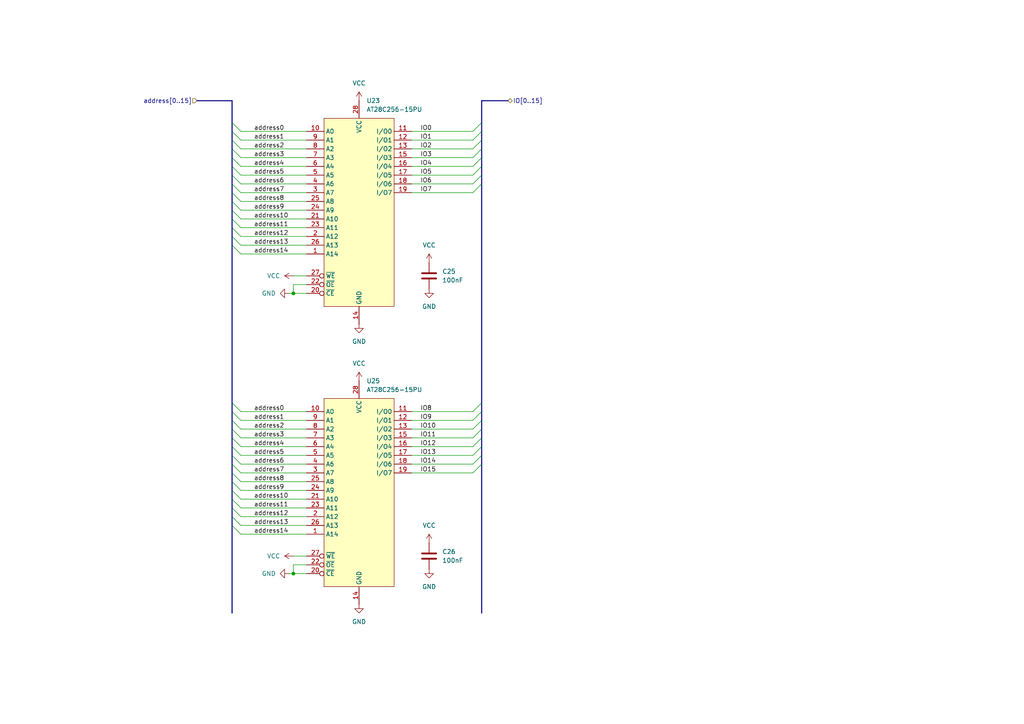
<source format=kicad_sch>
(kicad_sch (version 20250114) (generator "eeschema") (generator_version "9.0")
  (paper "A4")
  (title_block (title "2xROM"))
  (lib_symbols
    (symbol "Device:C" (pin_numbers (hide yes)) (pin_names (offset 0.254))
      (property "Reference" "C" (at 0.635 2.54 0))
      (property "Value" "C" (at 0.635 -2.54 0))
      (symbol "C_0_1"
        (polyline (pts (xy -2.032 0.762) (xy 2.032 0.762)) (stroke (width 0.508)))
        (polyline (pts (xy -2.032 -0.762) (xy 2.032 -0.762)) (stroke (width 0.508)))
      )
      (symbol "C_1_1"
        (pin passive line (at 0 3.81 270) (length 2.794) (name "~") (number "1"))
        (pin passive line (at 0 -3.81 90) (length 2.794) (name "~") (number "2"))
      )
    )
    (symbol "mALUch_lib:ROM__AT28C256-15PU"
      (property "Reference" "U" (at 2.54 26.67 0))
      (property "Value" "AT28C256-15PU" (at 0 0 0))
      (symbol "ROM__AT28C256-15PU_1_1"
        (rectangle (start -10.16 24.13) (end 10.16 -30.48) (fill (type background)))
        (pin input line (at -15.24 20.32 0) (length 5.08) (name "A0") (number "10"))
        (pin input line (at -15.24 17.78 0) (length 5.08) (name "A1") (number "9"))
        (pin input line (at -15.24 15.24 0) (length 5.08) (name "A2") (number "8"))
        (pin input line (at -15.24 12.7 0) (length 5.08) (name "A3") (number "7"))
        (pin input line (at -15.24 10.16 0) (length 5.08) (name "A4") (number "6"))
        (pin input line (at -15.24 7.62 0) (length 5.08) (name "A5") (number "5"))
        (pin input line (at -15.24 5.08 0) (length 5.08) (name "A6") (number "4"))
        (pin input line (at -15.24 2.54 0) (length 5.08) (name "A7") (number "3"))
        (pin input line (at -15.24 0 0) (length 5.08) (name "A8") (number "25"))
        (pin input line (at -15.24 -2.54 0) (length 5.08) (name "A9") (number "24"))
        (pin input line (at -15.24 -5.08 0) (length 5.08) (name "A10") (number "21"))
        (pin input line (at -15.24 -7.62 0) (length 5.08) (name "A11") (number "23"))
        (pin input line (at -15.24 -10.16 0) (length 5.08) (name "A12") (number "2"))
        (pin input line (at -15.24 -12.7 0) (length 5.08) (name "A13") (number "26"))
        (pin input line (at -15.24 -15.24 0) (length 5.08) (name "A14") (number "1"))
        (pin input inverted (at -15.24 -21.59 0) (length 5.08) (name "~{WE}") (number "27"))
        (pin input inverted (at -15.24 -24.13 0) (length 5.08) (name "~{OE}") (number "22"))
        (pin input inverted (at -15.24 -26.67 0) (length 5.08) (name "~{CE}") (number "20"))
        (pin power_in line (at 0 29.21 270) (length 5.08) (name "VCC") (number "28"))
        (pin power_in line (at 0 -35.56 90) (length 5.08) (name "GND") (number "14"))
        (pin bidirectional line (at 15.24 20.32 180) (length 5.08) (name "I/O0") (number "11"))
        (pin bidirectional line (at 15.24 17.78 180) (length 5.08) (name "I/O1") (number "12"))
        (pin bidirectional line (at 15.24 15.24 180) (length 5.08) (name "I/O2") (number "13"))
        (pin bidirectional line (at 15.24 12.7 180) (length 5.08) (name "I/O3") (number "15"))
        (pin bidirectional line (at 15.24 10.16 180) (length 5.08) (name "I/O4") (number "16"))
        (pin bidirectional line (at 15.24 7.62 180) (length 5.08) (name "I/O5") (number "17"))
        (pin bidirectional line (at 15.24 5.08 180) (length 5.08) (name "I/O6") (number "18"))
        (pin bidirectional line (at 15.24 2.54 180) (length 5.08) (name "I/O7") (number "19"))
      )
    )
    (symbol "power:GND" (power) (pin_numbers (hide yes)) (pin_names (offset 0) (hide yes))
      (property "Value" "GND" (at 0 -3.81 0))
      (symbol "GND_0_1"
        (polyline (pts (xy 0 0) (xy 0 -1.27) (xy 1.27 -1.27) (xy 0 -2.54) (xy -1.27 -1.27) (xy 0 -1.27)))
      )
      (symbol "GND_1_1"
        (pin power_in line (at 0 0 270) (length 0) (name "~") (number "1"))
      )
    )
    (symbol "power:VCC" (power) (pin_numbers (hide yes)) (pin_names (offset 0) (hide yes))
      (property "Value" "VCC" (at 0 3.556 0))
      (symbol "VCC_0_1"
        (polyline (pts (xy -0.762 1.27) (xy 0 2.54)))
        (polyline (pts (xy 0 2.54) (xy 0.762 1.27)))
        (polyline (pts (xy 0 0) (xy 0 2.54)))
      )
      (symbol "VCC_1_1"
        (pin power_in line (at 0 0 90) (length 0) (name "~") (number "1"))
      )
    )
  )
  (junction (at 85.09 85.09))
  (junction (at 85.09 166.37))
  (bus_entry (at 139.7 127) (size -2.54 2.54))
  (bus_entry (at 67.31 71.12) (size 2.54 2.54))
  (bus_entry (at 67.31 149.86) (size 2.54 2.54))
  (bus_entry (at 67.31 48.26) (size 2.54 2.54))
  (bus_entry (at 139.7 116.84) (size -2.54 2.54))
  (bus_entry (at 139.7 124.46) (size -2.54 2.54))
  (bus_entry (at 67.31 116.84) (size 2.54 2.54))
  (bus_entry (at 67.31 66.04) (size 2.54 2.54))
  (bus_entry (at 67.31 144.78) (size 2.54 2.54))
  (bus_entry (at 67.31 45.72) (size 2.54 2.54))
  (bus_entry (at 67.31 60.96) (size 2.54 2.54))
  (bus_entry (at 67.31 68.58) (size 2.54 2.54))
  (bus_entry (at 67.31 38.1) (size 2.54 2.54))
  (bus_entry (at 139.7 35.56) (size -2.54 2.54))
  (bus_entry (at 67.31 35.56) (size 2.54 2.54))
  (bus_entry (at 67.31 63.5) (size 2.54 2.54))
  (bus_entry (at 67.31 58.42) (size 2.54 2.54))
  (bus_entry (at 67.31 55.88) (size 2.54 2.54))
  (bus_entry (at 139.7 38.1) (size -2.54 2.54))
  (bus_entry (at 139.7 129.54) (size -2.54 2.54))
  (bus_entry (at 139.7 48.26) (size -2.54 2.54))
  (bus_entry (at 67.31 134.62) (size 2.54 2.54))
  (bus_entry (at 67.31 147.32) (size 2.54 2.54))
  (bus_entry (at 139.7 121.92) (size -2.54 2.54))
  (bus_entry (at 139.7 132.08) (size -2.54 2.54))
  (bus_entry (at 139.7 53.34) (size -2.54 2.54))
  (bus_entry (at 67.31 142.24) (size 2.54 2.54))
  (bus_entry (at 67.31 127) (size 2.54 2.54))
  (bus_entry (at 67.31 132.08) (size 2.54 2.54))
  (bus_entry (at 139.7 40.64) (size -2.54 2.54))
  (bus_entry (at 67.31 119.38) (size 2.54 2.54))
  (bus_entry (at 67.31 43.18) (size 2.54 2.54))
  (bus_entry (at 67.31 152.4) (size 2.54 2.54))
  (bus_entry (at 67.31 53.34) (size 2.54 2.54))
  (bus_entry (at 139.7 134.62) (size -2.54 2.54))
  (bus_entry (at 139.7 119.38) (size -2.54 2.54))
  (bus_entry (at 67.31 129.54) (size 2.54 2.54))
  (bus_entry (at 67.31 139.7) (size 2.54 2.54))
  (bus_entry (at 67.31 50.8) (size 2.54 2.54))
  (bus_entry (at 139.7 50.8) (size -2.54 2.54))
  (bus_entry (at 67.31 121.92) (size 2.54 2.54))
  (bus_entry (at 139.7 45.72) (size -2.54 2.54))
  (bus_entry (at 67.31 124.46) (size 2.54 2.54))
  (bus_entry (at 139.7 43.18) (size -2.54 2.54))
  (bus_entry (at 67.31 137.16) (size 2.54 2.54))
  (bus_entry (at 67.31 40.64) (size 2.54 2.54))
  (wire (pts (xy 85.09 161.29) (xy 88.9 161.29)))
  (bus (pts (xy 67.31 48.26) (xy 67.31 50.8)))
  (bus (pts (xy 67.31 29.21) (xy 67.31 35.56)))
  (wire (pts (xy 119.38 40.64) (xy 137.16 40.64)))
  (wire (pts (xy 69.85 144.78) (xy 88.9 144.78)))
  (bus (pts (xy 139.7 121.92) (xy 139.7 124.46)))
  (bus (pts (xy 139.7 35.56) (xy 139.7 38.1)))
  (bus (pts (xy 67.31 139.7) (xy 67.31 142.24)))
  (wire (pts (xy 69.85 68.58) (xy 88.9 68.58)))
  (wire (pts (xy 85.09 163.83) (xy 85.09 166.37)))
  (wire (pts (xy 69.85 121.92) (xy 88.9 121.92)))
  (bus (pts (xy 67.31 45.72) (xy 67.31 48.26)))
  (wire (pts (xy 119.38 137.16) (xy 137.16 137.16)))
  (wire (pts (xy 69.85 55.88) (xy 88.9 55.88)))
  (bus (pts (xy 67.31 55.88) (xy 67.31 58.42)))
  (wire (pts (xy 85.09 82.55) (xy 88.9 82.55)))
  (bus (pts (xy 57.15 29.21) (xy 67.31 29.21)))
  (bus (pts (xy 67.31 142.24) (xy 67.31 144.78)))
  (wire (pts (xy 69.85 137.16) (xy 88.9 137.16)))
  (wire (pts (xy 69.85 71.12) (xy 88.9 71.12)))
  (bus (pts (xy 139.7 116.84) (xy 139.7 119.38)))
  (wire (pts (xy 85.09 85.09) (xy 88.9 85.09)))
  (wire (pts (xy 69.85 48.26) (xy 88.9 48.26)))
  (bus (pts (xy 67.31 152.4) (xy 67.31 177.8)))
  (wire (pts (xy 69.85 43.18) (xy 88.9 43.18)))
  (wire (pts (xy 69.85 60.96) (xy 88.9 60.96)))
  (wire (pts (xy 119.38 119.38) (xy 137.16 119.38)))
  (wire (pts (xy 119.38 45.72) (xy 137.16 45.72)))
  (bus (pts (xy 67.31 35.56) (xy 67.31 38.1)))
  (wire (pts (xy 119.38 48.26) (xy 137.16 48.26)))
  (wire (pts (xy 119.38 43.18) (xy 137.16 43.18)))
  (bus (pts (xy 67.31 68.58) (xy 67.31 71.12)))
  (wire (pts (xy 69.85 139.7) (xy 88.9 139.7)))
  (wire (pts (xy 119.38 127) (xy 137.16 127)))
  (wire (pts (xy 69.85 152.4) (xy 88.9 152.4)))
  (bus (pts (xy 139.7 38.1) (xy 139.7 40.64)))
  (bus (pts (xy 67.31 137.16) (xy 67.31 139.7)))
  (wire (pts (xy 69.85 124.46) (xy 88.9 124.46)))
  (wire (pts (xy 69.85 58.42) (xy 88.9 58.42)))
  (wire (pts (xy 69.85 129.54) (xy 88.9 129.54)))
  (bus (pts (xy 139.7 132.08) (xy 139.7 134.62)))
  (wire (pts (xy 119.38 50.8) (xy 137.16 50.8)))
  (bus (pts (xy 67.31 119.38) (xy 67.31 121.92)))
  (wire (pts (xy 69.85 40.64) (xy 88.9 40.64)))
  (wire (pts (xy 69.85 147.32) (xy 88.9 147.32)))
  (bus (pts (xy 67.31 43.18) (xy 67.31 45.72)))
  (wire (pts (xy 119.38 53.34) (xy 137.16 53.34)))
  (wire (pts (xy 69.85 45.72) (xy 88.9 45.72)))
  (bus (pts (xy 139.7 45.72) (xy 139.7 48.26)))
  (bus (pts (xy 67.31 50.8) (xy 67.31 53.34)))
  (wire (pts (xy 69.85 119.38) (xy 88.9 119.38)))
  (wire (pts (xy 69.85 142.24) (xy 88.9 142.24)))
  (wire (pts (xy 69.85 132.08) (xy 88.9 132.08)))
  (bus (pts (xy 67.31 38.1) (xy 67.31 40.64)))
  (wire (pts (xy 119.38 129.54) (xy 137.16 129.54)))
  (wire (pts (xy 69.85 127) (xy 88.9 127)))
  (wire (pts (xy 69.85 38.1) (xy 88.9 38.1)))
  (bus (pts (xy 67.31 116.84) (xy 67.31 119.38)))
  (bus (pts (xy 139.7 48.26) (xy 139.7 50.8)))
  (bus (pts (xy 139.7 53.34) (xy 139.7 116.84)))
  (bus (pts (xy 139.7 129.54) (xy 139.7 132.08)))
  (wire (pts (xy 83.82 85.09) (xy 85.09 85.09)))
  (bus (pts (xy 67.31 40.64) (xy 67.31 43.18)))
  (wire (pts (xy 85.09 82.55) (xy 85.09 85.09)))
  (bus (pts (xy 139.7 124.46) (xy 139.7 127)))
  (bus (pts (xy 67.31 66.04) (xy 67.31 68.58)))
  (wire (pts (xy 83.82 166.37) (xy 85.09 166.37)))
  (bus (pts (xy 139.7 43.18) (xy 139.7 45.72)))
  (wire (pts (xy 85.09 163.83) (xy 88.9 163.83)))
  (bus (pts (xy 139.7 127) (xy 139.7 129.54)))
  (wire (pts (xy 85.09 166.37) (xy 88.9 166.37)))
  (bus (pts (xy 139.7 40.64) (xy 139.7 43.18)))
  (bus (pts (xy 147.32 29.21) (xy 139.7 29.21)))
  (wire (pts (xy 119.38 132.08) (xy 137.16 132.08)))
  (bus (pts (xy 67.31 144.78) (xy 67.31 147.32)))
  (wire (pts (xy 69.85 134.62) (xy 88.9 134.62)))
  (bus (pts (xy 139.7 119.38) (xy 139.7 121.92)))
  (bus (pts (xy 67.31 124.46) (xy 67.31 127)))
  (bus (pts (xy 67.31 53.34) (xy 67.31 55.88)))
  (wire (pts (xy 119.38 121.92) (xy 137.16 121.92)))
  (bus (pts (xy 139.7 29.21) (xy 139.7 35.56)))
  (bus (pts (xy 67.31 121.92) (xy 67.31 124.46)))
  (bus (pts (xy 139.7 134.62) (xy 139.7 177.8)))
  (bus (pts (xy 67.31 58.42) (xy 67.31 60.96)))
  (wire (pts (xy 119.38 134.62) (xy 137.16 134.62)))
  (bus (pts (xy 67.31 147.32) (xy 67.31 149.86)))
  (bus (pts (xy 139.7 50.8) (xy 139.7 53.34)))
  (wire (pts (xy 119.38 38.1) (xy 137.16 38.1)))
  (wire (pts (xy 69.85 53.34) (xy 88.9 53.34)))
  (bus (pts (xy 67.31 149.86) (xy 67.31 152.4)))
  (wire (pts (xy 119.38 55.88) (xy 137.16 55.88)))
  (bus (pts (xy 67.31 63.5) (xy 67.31 66.04)))
  (bus (pts (xy 67.31 129.54) (xy 67.31 132.08)))
  (bus (pts (xy 67.31 132.08) (xy 67.31 134.62)))
  (wire (pts (xy 85.09 80.01) (xy 88.9 80.01)))
  (bus (pts (xy 67.31 60.96) (xy 67.31 63.5)))
  (wire (pts (xy 69.85 50.8) (xy 88.9 50.8)))
  (bus (pts (xy 67.31 71.12) (xy 67.31 116.84)))
  (wire (pts (xy 69.85 66.04) (xy 88.9 66.04)))
  (bus (pts (xy 67.31 127) (xy 67.31 129.54)))
  (wire (pts (xy 69.85 63.5) (xy 88.9 63.5)))
  (wire (pts (xy 69.85 154.94) (xy 88.9 154.94)))
  (wire (pts (xy 69.85 149.86) (xy 88.9 149.86)))
  (wire (pts (xy 119.38 124.46) (xy 137.16 124.46)))
  (bus (pts (xy 67.31 134.62) (xy 67.31 137.16)))
  (wire (pts (xy 69.85 73.66) (xy 88.9 73.66)))
  (label "address6" (at 73.66 134.62 0))
  (label "IO13" (at 121.92 132.08 0))
  (label "address5" (at 73.66 132.08 0))
  (label "address11" (at 73.66 66.04 0))
  (label "IO1" (at 121.92 40.64 0))
  (label "address8" (at 73.66 139.7 0))
  (label "address13" (at 73.66 71.12 0))
  (label "IO0" (at 121.92 38.1 0))
  (label "address0" (at 73.66 119.38 0))
  (label "IO14" (at 121.92 134.62 0))
  (label "address13" (at 73.66 152.4 0))
  (label "address8" (at 73.66 58.42 0))
  (label "address10" (at 73.66 144.78 0))
  (label "address14" (at 73.66 73.66 0))
  (label "IO7" (at 121.92 55.88 0))
  (label "address3" (at 73.66 45.72 0))
  (label "address9" (at 73.66 60.96 0))
  (label "address5" (at 73.66 50.8 0))
  (label "IO8" (at 121.92 119.38 0))
  (label "address12" (at 73.66 68.58 0))
  (label "address7" (at 73.66 55.88 0))
  (label "address2" (at 73.66 43.18 0))
  (label "IO9" (at 121.92 121.92 0))
  (label "address1" (at 73.66 121.92 0))
  (label "address6" (at 73.66 53.34 0))
  (label "address2" (at 73.66 124.46 0))
  (label "address14" (at 73.66 154.94 0))
  (label "IO10" (at 121.92 124.46 0))
  (label "IO12" (at 121.92 129.54 0))
  (label "address3" (at 73.66 127 0))
  (label "IO5" (at 121.92 50.8 0))
  (label "IO6" (at 121.92 53.34 0))
  (label "address10" (at 73.66 63.5 0))
  (label "address0" (at 73.66 38.1 0))
  (label "IO3" (at 121.92 45.72 0))
  (label "address7" (at 73.66 137.16 0))
  (label "address1" (at 73.66 40.64 0))
  (label "IO2" (at 121.92 43.18 0))
  (label "IO4" (at 121.92 48.26 0))
  (label "address9" (at 73.66 142.24 0))
  (label "IO11" (at 121.92 127 0))
  (label "IO15" (at 121.92 137.16 0))
  (label "address4" (at 73.66 129.54 0))
  (label "address12" (at 73.66 149.86 0))
  (label "address11" (at 73.66 147.32 0))
  (label "address4" (at 73.66 48.26 0))
  (hierarchical_label "IO[0..15]" (shape bidirectional) (at 147.32 29.21 0))
  (hierarchical_label "address[0..15]" (shape input) (at 57.15 29.21 180))
  (symbol (lib_id "power:GND") (at 104.14 175.26 0) (unit 1)
    (property "Reference" "#PWR0130" (effects (hide yes)))
    (property "Value" "GND" (at 104.14 180.34 0))
    (property "Description" "Power symbol creates a global label with name \"GND\" , ground" (effects (hide yes)))
  )
  (symbol (lib_id "power:GND") (at 124.46 165.1 0) (unit 1)
    (property "Reference" "#PWR0134" (effects (hide yes)))
    (property "Value" "GND" (at 124.46 170.18 0))
    (property "Description" "Power symbol creates a global label with name \"GND\" , ground" (effects (hide yes)))
  )
  (symbol (lib_id "power:GND") (at 124.46 83.82 0) (unit 1)
    (property "Reference" "#PWR0132" (effects (hide yes)))
    (property "Value" "GND" (at 124.46 88.9 0))
    (property "Description" "Power symbol creates a global label with name \"GND\" , ground" (effects (hide yes)))
  )
  (symbol (lib_id "power:GND") (at 104.14 93.98 0) (unit 1)
    (property "Reference" "#PWR0128" (effects (hide yes)))
    (property "Value" "GND" (at 104.14 99.06 0))
    (property "Description" "Power symbol creates a global label with name \"GND\" , ground" (effects (hide yes)))
  )
  (symbol (lib_id "Device:C") (at 124.46 80.01 180) (unit 1)
    (property "Reference" "C25" (at 128.27 78.7399 0) (effects (justify right)))
    (property "Value" "100nF" (at 128.27 81.2799 0) (effects (justify right)))
    (property "Description" "Unpolarized capacitor" (effects (hide yes)))
  )
  (symbol (lib_id "power:VCC") (at 104.14 29.21 0) (unit 1)
    (property "Reference" "#PWR0127" (effects (hide yes)))
    (property "Value" "VCC" (at 104.14 24.13 0))
    (property "Description" "Power symbol creates a global label with name \"VCC\"" (effects (hide yes)))
  )
  (symbol (lib_id "Device:C") (at 124.46 161.29 180) (unit 1)
    (property "Reference" "C26" (at 128.27 160.0199 0) (effects (justify right)))
    (property "Value" "100nF" (at 128.27 162.5599 0) (effects (justify right)))
    (property "Description" "Unpolarized capacitor" (effects (hide yes)))
  )
  (symbol (lib_id "power:GND") (at 83.82 166.37 270) (unit 1)
    (property "Reference" "#PWR0124" (effects (hide yes)))
    (property "Value" "GND" (at 80.01 166.3699 90) (effects (justify right)))
    (property "Description" "Power symbol creates a global label with name \"GND\" , ground" (effects (hide yes)))
  )
  (symbol (lib_id "mALUch_lib:ROM__AT28C256-15PU") (at 104.14 58.42 0) (unit 1)
    (property "Reference" "U23" (at 106.2833 29.21 0) (effects (justify left)))
    (property "Value" "AT28C256-15PU" (at 106.2833 31.75 0) (effects (justify left)))
    (property "Datasheet" "https://ww1.microchip.com/downloads/aemDocuments/documents/MPD/ProductDocuments/DataSheets/AT28C256-Industrial-Grade-256-Kbit-Paged-Parallel-EEPROM-Data-Sheet-DS20006386.pdf" (effects (hide yes)))
    (property "TME" "https://www.tme.eu/pl/details/at28c256-15pu/pamieci-eeprom-rownolegle/microchip-technology/" (effects (hide yes)))
  )
  (symbol (lib_id "power:VCC") (at 124.46 157.48 0) (unit 1)
    (property "Reference" "#PWR0133" (effects (hide yes)))
    (property "Value" "VCC" (at 124.46 152.4 0))
    (property "Description" "Power symbol creates a global label with name \"VCC\"" (effects (hide yes)))
  )
  (symbol (lib_id "power:VCC") (at 85.09 80.01 90) (unit 1)
    (property "Reference" "#PWR0125" (effects (hide yes)))
    (property "Value" "VCC" (at 81.28 80.0099 90) (effects (justify left)))
    (property "Description" "Power symbol creates a global label with name \"VCC\"" (effects (hide yes)))
  )
  (symbol (lib_id "power:VCC") (at 85.09 161.29 90) (unit 1)
    (property "Reference" "#PWR0126" (effects (hide yes)))
    (property "Value" "VCC" (at 81.28 161.2899 90) (effects (justify left)))
    (property "Description" "Power symbol creates a global label with name \"VCC\"" (effects (hide yes)))
  )
  (symbol (lib_id "power:GND") (at 83.82 85.09 270) (unit 1)
    (property "Reference" "#PWR0123" (effects (hide yes)))
    (property "Value" "GND" (at 80.01 85.0899 90) (effects (justify right)))
    (property "Description" "Power symbol creates a global label with name \"GND\" , ground" (effects (hide yes)))
  )
  (symbol (lib_id "mALUch_lib:ROM__AT28C256-15PU") (at 104.14 139.7 0) (unit 1)
    (property "Reference" "U25" (at 106.2833 110.49 0) (effects (justify left)))
    (property "Value" "AT28C256-15PU" (at 106.2833 113.03 0) (effects (justify left)))
    (property "Datasheet" "https://ww1.microchip.com/downloads/aemDocuments/documents/MPD/ProductDocuments/DataSheets/AT28C256-Industrial-Grade-256-Kbit-Paged-Parallel-EEPROM-Data-Sheet-DS20006386.pdf" (effects (hide yes)))
    (property "TME" "https://www.tme.eu/pl/details/at28c256-15pu/pamieci-eeprom-rownolegle/microchip-technology/" (effects (hide yes)))
  )
  (symbol (lib_id "power:VCC") (at 104.14 110.49 0) (unit 1)
    (property "Reference" "#PWR0129" (effects (hide yes)))
    (property "Value" "VCC" (at 104.14 105.41 0))
    (property "Description" "Power symbol creates a global label with name \"VCC\"" (effects (hide yes)))
  )
  (symbol (lib_id "power:VCC") (at 124.46 76.2 0) (unit 1)
    (property "Reference" "#PWR0131" (effects (hide yes)))
    (property "Value" "VCC" (at 124.46 71.12 0))
    (property "Description" "Power symbol creates a global label with name \"VCC\"" (effects (hide yes)))
  )
)
</source>
